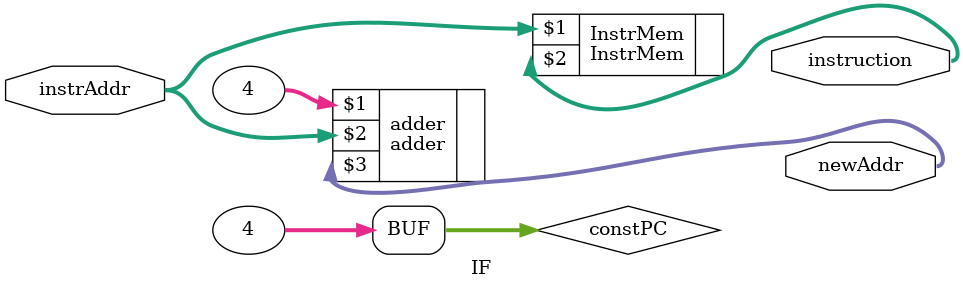
<source format=v>
`timescale 1ns / 1ps


module IF(
    input wire [31:0] instrAddr,
    output wire [31:0] newAddr,
    output wire [31:0] instruction
    );
    
    wire [31:0] constPC;
    
    assign constPC = 32'b00000000000000000000000000000100;

    adder adder(constPC, instrAddr, newAddr);
    InstrMem InstrMem(instrAddr, instruction);

endmodule

</source>
